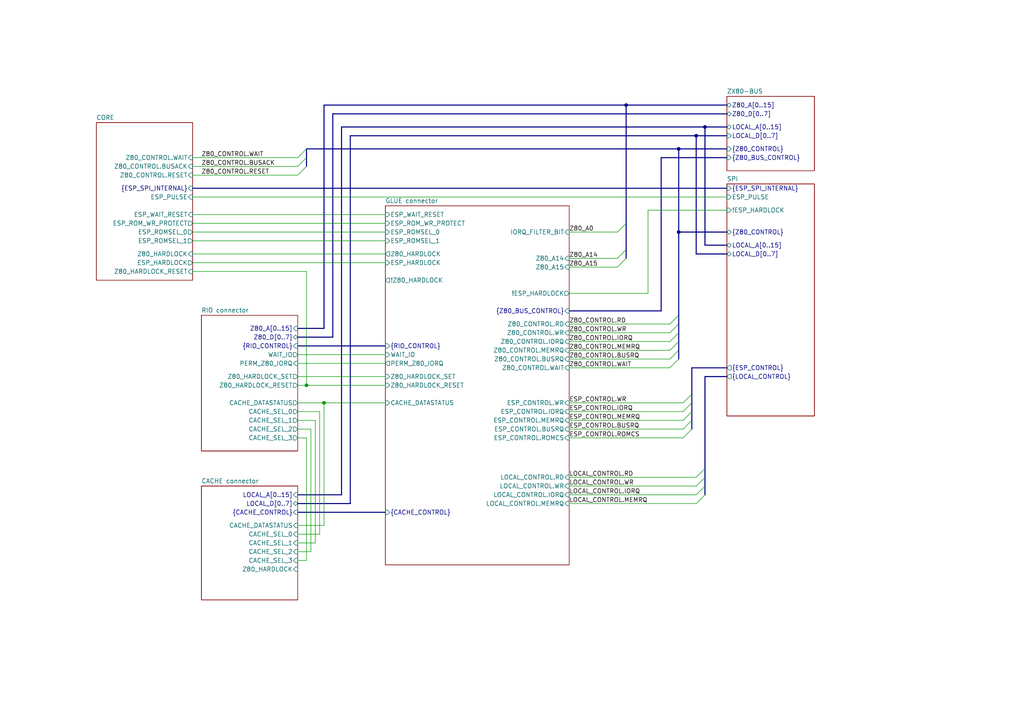
<source format=kicad_sch>
(kicad_sch (version 20230121) (generator eeschema)
  (paper "A4")
  (title_block (title "FujiNet Z80Bus reference design") (date "2023-05-13") (rev "0.1") (company "FujiNet"))
  (lib_symbols)
  (bus_alias "Z80_CONTROL" (members "Z80_CONTROL.RD" "Z80_CONTROL.WR" "Z80_CONTROL.IORQ" "Z80_CONTROL.MEMRQ" "Z80_CONTROL.BUSRQ" "Z80_CONTROL.WAIT" "Z80_CONTROL.ROMCS" "Z80_CONTROL.BUSACK" "Z80_CONTROL.NMI" "Z80_CONTROL.RESET"))
  (junction (at 204.47 36.83))
  (junction (at 181.61 30.48))
  (junction (at 201.93 39.37))
  (junction (at 93.98 116.84))
  (junction (at 88.9 111.76))
  (junction (at 196.85 67.31))
  (junction (at 196.85 43.18))
  (bus_entry (at 200.66 121.92) (size -2.54 2.54))
  (bus_entry (at 204.47 143.51) (size -2.54 2.54))
  (bus_entry (at 88.9 43.18) (size -2.54 2.54))
  (bus_entry (at 181.61 74.93) (size -2.54 2.54))
  (bus_entry (at 200.66 124.46) (size -2.54 2.54))
  (bus_entry (at 196.85 91.44) (size -2.54 2.54))
  (bus_entry (at 200.66 119.38) (size -2.54 2.54))
  (bus_entry (at 204.47 135.89) (size -2.54 2.54))
  (bus_entry (at 204.47 138.43) (size -2.54 2.54))
  (bus_entry (at 196.85 96.52) (size -2.54 2.54))
  (bus_entry (at 200.66 116.84) (size -2.54 2.54))
  (bus_entry (at 196.85 101.6) (size -2.54 2.54))
  (bus_entry (at 181.61 64.77) (size -2.54 2.54))
  (bus_entry (at 196.85 99.06) (size -2.54 2.54))
  (bus_entry (at 196.85 104.14) (size -2.54 2.54))
  (bus_entry (at 204.47 140.97) (size -2.54 2.54))
  (bus_entry (at 88.9 45.72) (size -2.54 2.54))
  (bus_entry (at 88.9 48.26) (size -2.54 2.54))
  (bus_entry (at 196.85 93.98) (size -2.54 2.54))
  (bus_entry (at 181.61 72.39) (size -2.54 2.54))
  (bus_entry (at 200.66 114.3) (size -2.54 2.54))
  (bus (pts (xy 196.85 101.6) (xy 196.85 104.14)))
  (bus (pts (xy 210.82 109.22) (xy 204.47 109.22)))
  (wire (pts (xy 86.36 121.92) (xy 91.44 121.92)))
  (wire (pts (xy 165.1 116.84) (xy 198.12 116.84)))
  (wire (pts (xy 165.1 121.92) (xy 198.12 121.92)))
  (bus (pts (xy 181.61 30.48) (xy 181.61 64.77)))
  (wire (pts (xy 88.9 111.76) (xy 111.76 111.76)))
  (bus (pts (xy 96.52 97.79) (xy 96.52 33.02)))
  (bus (pts (xy 101.6 39.37) (xy 201.93 39.37)))
  (bus (pts (xy 191.77 90.17) (xy 191.77 45.72)))
  (wire (pts (xy 165.1 127) (xy 198.12 127)))
  (bus (pts (xy 210.82 106.68) (xy 200.66 106.68)))
  (wire (pts (xy 86.36 160.02) (xy 90.17 160.02)))
  (bus (pts (xy 165.1 90.17) (xy 191.77 90.17)))
  (bus (pts (xy 196.85 99.06) (xy 196.85 101.6)))
  (bus (pts (xy 196.85 43.18) (xy 88.9 43.18)))
  (bus (pts (xy 86.36 148.59) (xy 111.76 148.59)))
  (wire (pts (xy 86.36 102.87) (xy 111.76 102.87)))
  (bus (pts (xy 204.47 71.12) (xy 204.47 36.83)))
  (bus (pts (xy 191.77 45.72) (xy 210.82 45.72)))
  (bus (pts (xy 196.85 91.44) (xy 196.85 93.98)))
  (wire (pts (xy 165.1 93.98) (xy 194.31 93.98)))
  (wire (pts (xy 86.36 116.84) (xy 93.98 116.84)))
  (wire (pts (xy 187.96 85.09) (xy 187.96 60.96)))
  (bus (pts (xy 210.82 73.66) (xy 201.93 73.66)))
  (wire (pts (xy 86.36 154.94) (xy 92.71 154.94)))
  (wire (pts (xy 93.98 152.4) (xy 86.36 152.4)))
  (wire (pts (xy 165.1 67.31) (xy 179.07 67.31)))
  (wire (pts (xy 165.1 143.51) (xy 201.93 143.51)))
  (bus (pts (xy 93.98 30.48) (xy 93.98 95.25)))
  (bus (pts (xy 86.36 97.79) (xy 96.52 97.79)))
  (bus (pts (xy 201.93 39.37) (xy 210.82 39.37)))
  (bus (pts (xy 93.98 95.25) (xy 86.36 95.25)))
  (wire (pts (xy 165.1 96.52) (xy 194.31 96.52)))
  (bus (pts (xy 210.82 71.12) (xy 204.47 71.12)))
  (wire (pts (xy 93.98 116.84) (xy 93.98 152.4)))
  (wire (pts (xy 88.9 111.76) (xy 88.9 78.74)))
  (wire (pts (xy 55.88 62.23) (xy 111.76 62.23)))
  (wire (pts (xy 90.17 160.02) (xy 90.17 124.46)))
  (wire (pts (xy 165.1 124.46) (xy 198.12 124.46)))
  (wire (pts (xy 165.1 106.68) (xy 194.31 106.68)))
  (bus (pts (xy 196.85 93.98) (xy 196.85 96.52)))
  (wire (pts (xy 165.1 99.06) (xy 194.31 99.06)))
  (wire (pts (xy 165.1 138.43) (xy 201.93 138.43)))
  (wire (pts (xy 88.9 78.74) (xy 55.88 78.74)))
  (bus (pts (xy 204.47 140.97) (xy 204.47 143.51)))
  (bus (pts (xy 181.61 30.48) (xy 93.98 30.48)))
  (wire (pts (xy 55.88 45.72) (xy 86.36 45.72)))
  (bus (pts (xy 55.88 54.61) (xy 210.82 54.61)))
  (bus (pts (xy 96.52 33.02) (xy 210.82 33.02)))
  (bus (pts (xy 204.47 138.43) (xy 204.47 140.97)))
  (bus (pts (xy 200.66 106.68) (xy 200.66 114.3)))
  (wire (pts (xy 86.36 127) (xy 88.9 127)))
  (bus (pts (xy 86.36 100.33) (xy 111.76 100.33)))
  (wire (pts (xy 165.1 85.09) (xy 187.96 85.09)))
  (bus (pts (xy 181.61 64.77) (xy 181.61 72.39)))
  (bus (pts (xy 200.66 114.3) (xy 200.66 116.84)))
  (bus (pts (xy 86.36 146.05) (xy 101.6 146.05)))
  (wire (pts (xy 165.1 74.93) (xy 179.07 74.93)))
  (bus (pts (xy 181.61 72.39) (xy 181.61 74.93)))
  (bus (pts (xy 200.66 116.84) (xy 200.66 119.38)))
  (wire (pts (xy 91.44 121.92) (xy 91.44 157.48)))
  (bus (pts (xy 210.82 30.48) (xy 181.61 30.48)))
  (wire (pts (xy 86.36 109.22) (xy 111.76 109.22)))
  (bus (pts (xy 101.6 146.05) (xy 101.6 39.37)))
  (bus (pts (xy 210.82 43.18) (xy 196.85 43.18)))
  (wire (pts (xy 90.17 124.46) (xy 86.36 124.46)))
  (wire (pts (xy 55.88 69.85) (xy 111.76 69.85)))
  (bus (pts (xy 196.85 67.31) (xy 210.82 67.31)))
  (wire (pts (xy 187.96 60.96) (xy 210.82 60.96)))
  (bus (pts (xy 196.85 67.31) (xy 196.85 91.44)))
  (wire (pts (xy 55.88 73.66) (xy 111.76 73.66)))
  (wire (pts (xy 165.1 104.14) (xy 194.31 104.14)))
  (bus (pts (xy 204.47 109.22) (xy 204.47 135.89)))
  (wire (pts (xy 92.71 154.94) (xy 92.71 119.38)))
  (bus (pts (xy 201.93 73.66) (xy 201.93 39.37)))
  (wire (pts (xy 165.1 77.47) (xy 179.07 77.47)))
  (wire (pts (xy 165.1 119.38) (xy 198.12 119.38)))
  (bus (pts (xy 196.85 43.18) (xy 196.85 67.31)))
  (bus (pts (xy 99.06 36.83) (xy 204.47 36.83)))
  (bus (pts (xy 99.06 36.83) (xy 99.06 143.51)))
  (wire (pts (xy 55.88 48.26) (xy 86.36 48.26)))
  (bus (pts (xy 99.06 143.51) (xy 86.36 143.51)))
  (wire (pts (xy 55.88 76.2) (xy 111.76 76.2)))
  (bus (pts (xy 200.66 121.92) (xy 200.66 124.46)))
  (wire (pts (xy 165.1 146.05) (xy 201.93 146.05)))
  (bus (pts (xy 204.47 135.89) (xy 204.47 138.43)))
  (wire (pts (xy 88.9 127) (xy 88.9 162.56)))
  (wire (pts (xy 92.71 119.38) (xy 86.36 119.38)))
  (bus (pts (xy 200.66 119.38) (xy 200.66 121.92)))
  (wire (pts (xy 55.88 67.31) (xy 111.76 67.31)))
  (wire (pts (xy 55.88 64.77) (xy 111.76 64.77)))
  (wire (pts (xy 55.88 50.8) (xy 86.36 50.8)))
  (wire (pts (xy 88.9 162.56) (xy 86.36 162.56)))
  (wire (pts (xy 93.98 116.84) (xy 111.76 116.84)))
  (wire (pts (xy 86.36 111.76) (xy 88.9 111.76)))
  (bus (pts (xy 210.82 36.83) (xy 204.47 36.83)))
  (wire (pts (xy 55.88 57.15) (xy 210.82 57.15)))
  (wire (pts (xy 165.1 140.97) (xy 201.93 140.97)))
  (wire (pts (xy 165.1 101.6) (xy 194.31 101.6)))
  (bus (pts (xy 88.9 45.72) (xy 88.9 48.26)))
  (bus (pts (xy 196.85 96.52) (xy 196.85 99.06)))
  (bus (pts (xy 88.9 43.18) (xy 88.9 45.72)))
  (wire (pts (xy 86.36 105.41) (xy 111.76 105.41)))
  (wire (pts (xy 91.44 157.48) (xy 86.36 157.48)))
  (label "Z80_CONTROL.BUSACK" (at 58.42 48.26 0))
  (label "Z80_A0" (at 165.1 67.31 0))
  (label "ESP_CONTROL.IORQ" (at 165.1 119.38 0))
  (label "Z80_CONTROL.RESET" (at 58.42 50.8 0))
  (label "LOCAL_CONTROL.MEMRQ" (at 165.1 146.05 0))
  (label "ESP_CONTROL.BUSRQ" (at 165.1 124.46 0))
  (label "ESP_CONTROL.ROMCS" (at 165.1 127 0))
  (label "ESP_CONTROL.MEMRQ" (at 165.1 121.92 0))
  (label "LOCAL_CONTROL.WR" (at 165.1 140.97 0))
  (label "LOCAL_CONTROL.RD" (at 165.1 138.43 0))
  (label "ESP_CONTROL.WR" (at 165.1 116.84 0))
  (label "Z80_A15" (at 165.1 77.47 0))
  (label "Z80_CONTROL.WAIT" (at 165.1 106.68 0))
  (label "LOCAL_CONTROL.IORQ" (at 165.1 143.51 0))
  (label "Z80_CONTROL.IORQ" (at 165.1 99.06 0))
  (label "Z80_CONTROL.WAIT" (at 58.42 45.72 0))
  (label "Z80_A14" (at 165.1 74.93 0))
  (label "Z80_CONTROL.RD" (at 165.1 93.98 0))
  (label "Z80_CONTROL.BUSRQ" (at 165.1 104.14 0))
  (label "Z80_CONTROL.MEMRQ" (at 165.1 101.6 0))
  (label "Z80_CONTROL.WR" (at 165.1 96.52 0))
  (sheet (at 210.82 53.34) (size 25.4 67.31) (stroke (width 0.1524))
    (property "Sheetname" "SPI" (at 210.82 52.6284 0) (effects (justify left bottom)))
    (property "Sheetfile" "../../FujiNet_Z80Bus_Modules/SPI-Z80-BUS_ZXspectrum/SPI-Z80-BUS_ZXspectrum.kicad_sch" (effects hide))
    (pin "LOCAL_A[0..15]" bidirectional (at 210.82 71.12 180))
    (pin "{LOCAL_CONTROL}" output (at 210.82 109.22 180))
    (pin "{Z80_CONTROL}" bidirectional (at 210.82 67.31 180))
    (pin "LOCAL_D[0..7]" bidirectional (at 210.82 73.66 180))
    (pin "ESP_PULSE" input (at 210.82 57.15 180))
    (pin "!ESP_HARDLOCK" input (at 210.82 60.96 180))
    (pin "{ESP_SPI_INTERNAL}" input (at 210.82 54.61 180))
    (pin "{ESP_CONTROL}" output (at 210.82 106.68 180))
  )
  (sheet (at 58.42 140.97) (size 27.94 33.02) (stroke (width 0.1524))
    (property "Sheetname" "CACHE connector" (at 58.42 140.2584 0) (effects (justify left bottom)))
    (property "Sheetfile" "../../FujiNet_Z80Bus_Modules/IOCACHE-128K_ZXspectrum/IOCACHE-128K_ZXspectrum_impl_narrow/IOCACHE-128K_ZXspectrum_connectors.kicad_sch" (effects hide))
    (pin "LOCAL_D[0..7]" bidirectional (at 86.36 146.05 0))
    (pin "LOCAL_A[0..15]" input (at 86.36 143.51 0))
    (pin "{CACHE_CONTROL}" input (at 86.36 148.59 0))
    (pin "CACHE_DATASTATUS" input (at 86.36 152.4 0))
    (pin "CACHE_SEL_2" input (at 86.36 160.02 0))
    (pin "CACHE_SEL_1" input (at 86.36 157.48 0))
    (pin "CACHE_SEL_0" input (at 86.36 154.94 0))
    (pin "Z80_HARDLOCK" input (at 86.36 165.1 0))
    (pin "CACHE_SEL_3" input (at 86.36 162.56 0))
  )
  (sheet (at 210.82 27.94) (size 25.4 21.59) (stroke (width 0.1524))
    (property "Sheetname" "ZX80-BUS" (at 210.82 27.2284 0) (effects (justify left bottom)))
    (property "Sheetfile" "../../FujiNet_Z80Bus_Modules/Z80-BUS_ZXspectrum48K/Z80-BUS_ZXspectrum48K.kicad_sch" (effects hide))
    (pin "Z80_A[0..15]" bidirectional (at 210.82 30.48 180))
    (pin "{Z80_CONTROL}" input (at 210.82 43.18 180))
    (pin "LOCAL_A[0..15]" bidirectional (at 210.82 36.83 180))
    (pin "Z80_D[0..7]" bidirectional (at 210.82 33.02 180))
    (pin "LOCAL_D[0..7]" input (at 210.82 39.37 180))
    (pin "{Z80_BUS_CONTROL}" input (at 210.82 45.72 180))
  )
  (sheet (at 27.94 35.56) (size 27.94 45.72) (stroke (width 0.1524))
    (property "Sheetname" "CORE" (at 27.94 34.8484 0) (effects (justify left bottom)))
    (property "Sheetfile" "../../FujiNet_Z80Bus_Modules/CORE_ESP32-WROVER/CORE_ESP32-WROVER.kicad_sch" (effects hide))
    (pin "Z80_HARDLOCK" input (at 55.88 73.66 0))
    (pin "ESP_WAIT_RESET" input (at 55.88 62.23 0))
    (pin "ESP_PULSE" input (at 55.88 57.15 0))
    (pin "{ESP_SPI_INTERNAL}" input (at 55.88 54.61 0))
    (pin "Z80_CONTROL.BUSACK" input (at 55.88 48.26 0))
    (pin "Z80_CONTROL.WAIT" input (at 55.88 45.72 0))
    (pin "Z80_HARDLOCK_RESET" input (at 55.88 78.74 0))
    (pin "ESP_ROM_WR_PROTECT" output (at 55.88 64.77 0))
    (pin "Z80_CONTROL.RESET" input (at 55.88 50.8 0))
    (pin "ESP_ROMSEL_0" output (at 55.88 67.31 0))
    (pin "ESP_ROMSEL_1" output (at 55.88 69.85 0))
    (pin "ESP_HARDLOCK" output (at 55.88 76.2 0))
  )
  (sheet (at 58.42 91.44) (size 27.94 39.37) (stroke (width 0.1524))
    (property "Sheetname" "RIO connector" (at 58.42 90.7284 0) (effects (justify left bottom)))
    (property "Sheetfile" "../../FujiNet_Z80Bus_Modules/RIO-128K_ZXspectrum/RIO-128K_ZXspectrum_impl_narrow/RIO-128K_ZXspectrum_connector.kicad_sch" (effects hide))
    (pin "Z80_A[0..15]" input (at 86.36 95.25 0))
    (pin "Z80_D[0..7]" bidirectional (at 86.36 97.79 0))
    (pin "PERM_Z80_IORQ" input (at 86.36 105.41 0))
    (pin "WAIT_IO" output (at 86.36 102.87 0))
    (pin "CACHE_SEL_0" output (at 86.36 119.38 0))
    (pin "{RIO_CONTROL}" input (at 86.36 100.33 0))
    (pin "Z80_HARDLOCK_RESET" output (at 86.36 111.76 0))
    (pin "CACHE_DATASTATUS" output (at 86.36 116.84 0))
    (pin "CACHE_SEL_3" output (at 86.36 127 0))
    (pin "Z80_HARDLOCK_SET" output (at 86.36 109.22 0))
    (pin "CACHE_SEL_2" output (at 86.36 124.46 0))
    (pin "CACHE_SEL_1" output (at 86.36 121.92 0))
  )
  (sheet (at 111.76 59.69) (size 53.34 104.14) (stroke (width 0.1524))
    (property "Sheetname" "GLUE connector" (at 111.76 58.9784 0) (effects (justify left bottom)))
    (property "Sheetfile" "../../FujiNet_Z80Bus_Modules/GLUE_ZXspectrum/GLUE_ZXspectrum_impl/GLUE_ZXspectrum_connectors.kicad_sch" (effects hide))
    (pin "{Z80_BUS_CONTROL}" input (at 165.1 90.17 0))
    (pin "{CACHE_CONTROL}" input (at 111.76 148.59 180))
    (pin "{RIO_CONTROL}" input (at 111.76 100.33 180))
    (pin "LOCAL_CONTROL.IORQ" input (at 165.1 143.51 0))
    (pin "LOCAL_CONTROL.WR" input (at 165.1 140.97 0))
    (pin "ESP_CONTROL.IORQ" input (at 165.1 119.38 0))
    (pin "ESP_ROM_WR_PROTECT" input (at 111.76 64.77 180))
    (pin "ESP_ROMSEL_0" input (at 111.76 67.31 180))
    (pin "LOCAL_CONTROL.MEMRQ" input (at 165.1 146.05 0))
    (pin "Z80_HARDLOCK" output (at 111.76 73.66 180))
    (pin "!Z80_HARDLOCK" output (at 111.76 81.28 180))
    (pin "!ESP_HARDLOCK" output (at 165.1 85.09 0))
    (pin "PERM_Z80_IORQ" output (at 111.76 105.41 180))
    (pin "Z80_A15" input (at 165.1 77.47 0))
    (pin "ESP_WAIT_RESET" input (at 111.76 62.23 180))
    (pin "Z80_HARDLOCK_SET" input (at 111.76 109.22 180))
    (pin "Z80_HARDLOCK_RESET" input (at 111.76 111.76 180))
    (pin "WAIT_IO" input (at 111.76 102.87 180))
    (pin "CACHE_DATASTATUS" input (at 111.76 116.84 180))
    (pin "IORQ_FILTER_BIT" input (at 165.1 67.31 0))
    (pin "Z80_A14" input (at 165.1 74.93 0))
    (pin "ESP_CONTROL.WR" input (at 165.1 116.84 0))
    (pin "ESP_CONTROL.BUSRQ" input (at 165.1 124.46 0))
    (pin "ESP_CONTROL.ROMCS" input (at 165.1 127 0))
    (pin "ESP_CONTROL.MEMRQ" input (at 165.1 121.92 0))
    (pin "Z80_CONTROL.WR" input (at 165.1 96.52 0))
    (pin "Z80_CONTROL.RD" input (at 165.1 93.98 0))
    (pin "Z80_CONTROL.IORQ" input (at 165.1 99.06 0))
    (pin "Z80_CONTROL.MEMRQ" input (at 165.1 101.6 0))
    (pin "Z80_CONTROL.BUSRQ" input (at 165.1 104.14 0))
    (pin "Z80_CONTROL.WAIT" input (at 165.1 106.68 0))
    (pin "LOCAL_CONTROL.RD" input (at 165.1 138.43 0))
    (pin "ESP_HARDLOCK" input (at 111.76 76.2 180))
    (pin "ESP_ROMSEL_1" input (at 111.76 69.85 180))
  )
)
</source>
